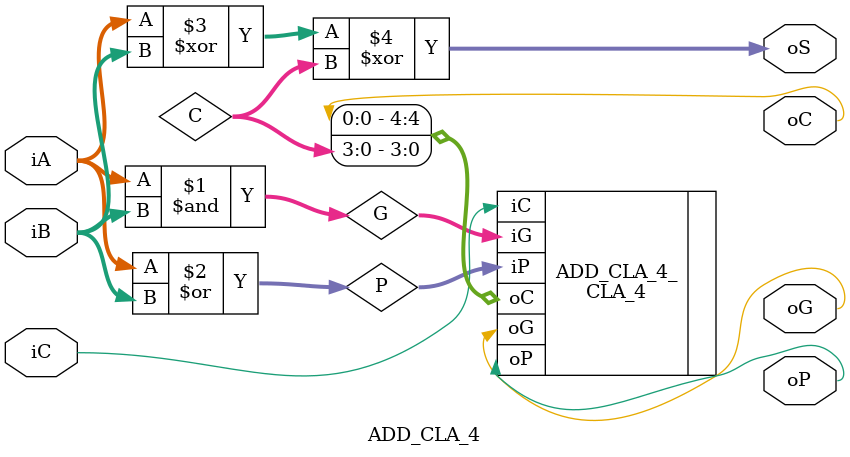
<source format=v>
module ADD_CLA_4(
    iA,
    iB,
    iC,
    oS,
    oG,
    oP,
    oC
);

// A and B is 4 bits
input   [3:0]   iA, iB;
input           iC;

output  [3:0]   oS;
output          oG, oP, oC;

wire    [3:0]   G, P, C;

assign  G = iA & iB;
assign  P = iA | iB;

CLA_4   ADD_CLA_4_(
            .iG(G), 
            .iP(P), 
            .iC(iC), 
            .oG(oG), 
            .oP(oP), 
            .oC({oC, C})
        );

assign  oS = iA ^ iB ^ C;

endmodule
</source>
